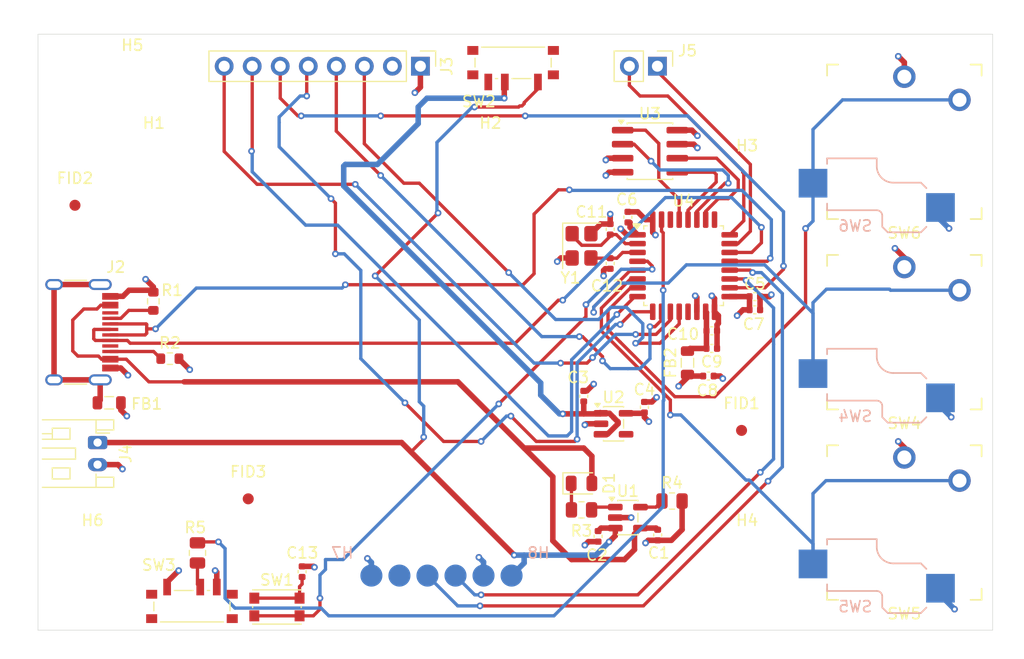
<source format=kicad_pcb>
(kicad_pcb (version 20241229) (generator "pcbnew") (generator_version "9.0")
  (layers (0 "F.Cu" signal) (4 "In1.Cu" power "GND") (6 "In2.Cu" power "PWR") (2 "B.Cu" signal) (13 "F.Paste" user) (15 "B.Paste" user) (5 "F.SilkS" user "F.Silkscreen") (7 "B.SilkS" user "B.Silkscreen") (1 "F.Mask" user) (3 "B.Mask" user) (25 "Edge.Cuts" user))
  (net 0 "")
  (net 1 "VBUS")
  (net 2 "GND")
  (net 3 "/VBAT")
  (net 4 "+3V3")
  (net 5 "+3.3VA")
  (net 6 "/HSE_IN")
  (net 7 "/HSE_OUT")
  (net 8 "/RESET")
  (net 9 "/SHIELD")
  (net 11 "/I2C_SDA")
  (net 12 "/I2C_SCL")
  (net 14 "/D-")
  (net 15 "/D+")
  (net 17 "/LCD_CS")
  (net 18 "/LCD_SDA")
  (net 19 "/LCD_SCK")
  (net 20 "/LCD_DC")
  (net 21 "/LCD_BL")
  (net 22 "/LCD_RST")
  (net 23 "/SWCLK")
  (net 24 "/SWDIO")
  (net 25 "/BOOT")
  (net 27 "/BTN_1")
  (net 28 "/BTN_2")
  (net 29 "/BTN_3")
  (net 31 "/FLASH_CS")
  (net 32 "/FLASH_SCK")
  (net 33 "/FLASH_MOSI")
  (net 34 "/FLASH_MISO")
  (net 38 "/SW_BOOT")
  (net 39 "/CC2")
  (net 40 "/CC1")
  (net 41 "/STAT")
  (net 42 "/LED")
  (net 43 "/PROG")
  (net 44 "/SW_RESET")
  (net 45 "/VIN")
  (footprint "MountingHole:MountingHole_3.5mm" (layer "F.Cu") (at 44.75 62.5)
    (property "Reference" "H1")
    (property "Value" "MountingHole")
  )
  (footprint "Fiducial:Fiducial_1mm_Mask3mm" (layer "F.Cu") (at 53.3 92.1)
    (property "Reference" "FID3")
    (property "Value" "Fiducial")
  )
  (footprint "Capacitor_SMD:C_0402_1005Metric" (layer "F.Cu") (at 95.3 76.875)
    (property "Reference" "C10")
    (property "Value" "10n")
  )
  (footprint "Button_Switch_SMD:SW_SPDT_PCM12" (layer "F.Cu") (at 48.2 101.525)
    (property "Reference" "SW3")
    (property "Value" "SW_SPDT")
  )
  (footprint "Connector_JST:JST_PH_S2B-PH-K_1x02_P2.00mm_Horizontal" (layer "F.Cu") (at 39.65 87 -90)
    (property "Reference" "J4")
    (property "Value" "Conn_01x02")
  )
  (footprint "MountingHole:MountingHole_4mm" (layer "F.Cu") (at 39.2 55)
    (property "Reference" "H5")
    (property "Value" "MountingHole")
  )
  (footprint "Capacitor_SMD:C_0402_1005Metric" (layer "F.Cu") (at 85 95.5 -90)
    (property "Reference" "C2")
    (property "Value" "4.7u")
  )
  (footprint "Capacitor_SMD:C_0402_1005Metric" (layer "F.Cu") (at 99.2 74.975)
    (property "Reference" "C7")
    (property "Value" "10u")
  )
  (footprint "Resistor_SMD:R_0805_2012Metric" (layer "F.Cu") (at 48.7 97 90)
    (property "Reference" "R5")
    (property "Value" "10k")
  )
  (footprint "Package_TO_SOT_SMD:SOT-23-5" (layer "F.Cu") (at 86.4 85.3)
    (property "Reference" "U2")
    (property "Value" "AP2112K-3.3")
  )
  (footprint "MountingHole:MountingHole_4mm" (layer "F.Cu") (at 39.2 99)
    (property "Reference" "H6")
    (property "Value" "MountingHole")
  )
  (footprint "Capacitor_SMD:C_0402_1005Metric" (layer "F.Cu") (at 90.4 95.38 -90)
    (property "Reference" "C1")
    (property "Value" "4.7u")
  )
  (footprint "MountingHole:MountingHole_3.5mm" (layer "F.Cu") (at 75.25 62.5)
    (property "Reference" "H2")
    (property "Value" "MountingHole" (hide yes))
  )
  (footprint "Capacitor_SMD:C_0402_1005Metric" (layer "F.Cu") (at 58.18 98.7 90)
    (property "Reference" "C13")
    (property "Value" "100n")
  )
  (footprint "Crystal:Crystal_SMD_3225-4Pin_3.2x2.5mm" (layer "F.Cu") (at 83.5 69.175 -90)
    (property "Reference" "Y1")
    (property "Value" "16MHz")
  )
  (footprint "footprints:Kailh_socket_PG1350_optional" (layer "F.Cu") (at 112.75 94.25 180)
    (property "Reference" "SW5")
    (property "Value" "SW_Push")
  )
  (footprint "Resistor_SMD:R_0603_1608Metric" (layer "F.Cu") (at 46.2 79.4)
    (property "Reference" "R2")
    (property "Value" "5.1k")
  )
  (footprint "Fiducial:Fiducial_1mm_Mask3mm" (layer "F.Cu") (at 37.6 65.5)
    (property "Reference" "FID2")
    (property "Value" "Fiducial")
  )
  (footprint "Connector_USB:USB_C_Receptacle_HRO_TYPE-C-31-M-12" (layer "F.Cu") (at 36.755 77 -90)
    (property "Reference" "J2")
    (property "Value" "USB_C_Receptacle_USB2.0_16P")
  )
  (footprint "Connector_PinHeader_2.54mm:PinHeader_1x08_P2.54mm_Vertical" (layer "F.Cu") (at 68.9 52.9 -90)
    (property "Reference" "J3")
    (property "Value" "Conn_01x08")
  )
  (footprint "Fiducial:Fiducial_1mm_Mask3mm" (layer "F.Cu") (at 98 85.9)
    (property "Reference" "FID1")
    (property "Value" "Fiducial")
  )
  (footprint "Connector_PinHeader_2.54mm:PinHeader_1x02_P2.54mm_Vertical" (layer "F.Cu") (at 90.375 52.9 -90)
    (property "Reference" "J5")
    (property "Value" "Conn_01x02")
  )
  (footprint "MountingHole:MountingHole_4mm" (layer "F.Cu") (at 98.5 55)
    (property "Reference" "H3")
    (property "Value" "MountingHole")
  )
  (footprint "footprints:Kailh_socket_PG1350_optional" (layer "F.Cu") (at 112.75 59.75 180)
    (property "Reference" "SW6")
    (property "Value" "SW_Push")
  )
  (footprint "Package_TO_SOT_SMD:SOT-23-5" (layer "F.Cu") (at 87.7 93.8)
    (property "Reference" "U1")
    (property "Value" "MCP73832-2-OT")
  )
  (footprint "LED_SMD:LED_0805_2012Metric" (layer "F.Cu") (at 83.5 90.7)
    (property "Reference" "D1")
    (property "Value" "RED")
  )
  (footprint "Resistor_SMD:R_0603_1608Metric" (layer "F.Cu") (at 44.7 74.2 90)
    (property "Reference" "R1")
    (property "Value" "5.1k")
  )
  (footprint "Inductor_SMD:L_0805_2012Metric" (layer "F.Cu") (at 93.1 79.775 90)
    (property "Reference" "FB2")
    (property "Value" "600R")
  )
  (footprint "MountingHole:MountingHole_4mm" (layer "F.Cu") (at 98.5 99)
    (property "Reference" "H4")
    (property "Value" "MountingHole")
  )
  (footprint "Capacitor_SMD:C_0402_1005Metric" (layer "F.Cu") (at 86.1 67.675 90)
    (property "Reference" "C11")
    (property "Value" "10p")
  )
  (footprint "Capacitor_SMD:C_0402_1005Metric" (layer "F.Cu") (at 86.1 70.775 -90)
    (property "Reference" "C12")
    (property "Value" "10p")
  )
  (footprint "Inductor_SMD:L_0805_2012Metric" (layer "F.Cu") (at 40.7 83.4 180)
    (property "Reference" "FB1")
    (property "Value" "600R")
  )
  (footprint "Capacitor_SMD:C_0402_1005Metric" (layer "F.Cu") (at 95 80.975)
    (property "Reference" "C8")
    (property "Value" "1u")
  )
  (footprint "footprints:Kailh_socket_PG1350_optional" (layer "F.Cu") (at 112.75 77 180)
    (property "Reference" "SW4")
    (property "Value" "SW_Push")
  )
  (footprint "Capacitor_SMD:C_0402_1005Metric" (layer "F.Cu") (at 83.7 82.8 90)
    (property "Reference" "C3")
    (property "Value" "1u")
  )
  (footprint "Capacitor_SMD:C_0402_1005Metric" (layer "F.Cu") (at 89.2 83.8 90)
    (property "Reference" "C4")
    (property "Value" "1u")
  )
  (footprint "Resistor_SMD:R_0805_2012Metric" (layer "F.Cu") (at 91.7 92.3)
    (property "Reference" "R4")
    (property "Value" "2k")
  )
  (footprint "Button_Switch_SMD:SW_SPDT_PCM12" (layer "F.Cu") (at 77.3 52.9 180)
    (property "Reference" "SW2")
    (property "Value" "SW_SPDT")
  )
  (footprint "Capacitor_SMD:C_0402_1005Metric" (layer "F.Cu") (at 95.3 78.475)
    (property "Reference" "C9")
    (property "Value" "1u")
  )
  (footprint "Resistor_SMD:R_0805_2012Metric" (layer "F.Cu") (at 83.5 93.1 180)
    (property "Reference" "R3")
    (property "Value" "470")
  )
  (footprint "Capacitor_SMD:C_0402_1005Metric" (layer "F.Cu") (at 87.7 66.575 90)
    (property "Reference" "C6")
    (property "Value" "100n")
  )
  (footprint "Button_Switch_SMD:SW_Push_1P1T_NO_CK_KMR2" (layer "F.Cu") (at 55.9 101.9)
    (property "Reference" "SW1")
    (property "Value" "SW_Push")
  )
  (footprint "Package_SO:SOIC-8_3.9x4.9mm_P1.27mm" (layer "F.Cu") (at 89.7 60.6)
    (property "Reference" "U3")
    (property "Value" "W25Q128JVS")
  )
  (footprint "Package_QFP:LQFP-32_7x7mm_P0.8mm" (layer "F.Cu") (at 92.75 70.975)
    (property "Reference" "U4")
    (property "Value" "STM32G431KBTx")
  )
  (footprint "Capacitor_SMD:C_0402_1005Metric" (layer "F.Cu") (at 99.2 73.775)
    (property "Reference" "C5")
    (property "Value" "100n")
  )
  (footprint "MountingHole:MountingHole_2.1mm" (layer "B.Cu") (at 61.92 99.055 180)
    (property "Reference" "H7")
    (property "Value" "MountingHole")
  )
  (footprint "Connector_PinHeader_2.54mm:PinHeader_1x06_P2.54mm_Vertical_SMD_Pin1Left" (layer "B.Cu") (at 70.81 99.055 90)
    (property "Reference" "J1" (hide yes))
    (property "Value" "Conn_01x06")
  )
  (footprint "MountingHole:MountingHole_2.1mm" (layer "B.Cu") (at 79.7 99.055 180)
    (property "Reference" "H8")
    (property "Value" "MountingHole")
  )
  (gr_line (start 34.25 104) (end 120.75 104) (stroke (width 0.05)) (layer "Edge.Cuts"))
  (gr_line (start 120.75 50) (end 120.75 104) (stroke (width 0.05)) (layer "Edge.Cuts"))
  (gr_line (start 34.25 50) (end 120.75 50) (stroke (width 0.05)) (layer "Edge.Cuts"))
  (gr_line (start 34.25 50) (end 34.25 104) (stroke (width 0.05)) (layer "Edge.Cuts"))
  (segment (start 88.8375 94.75) (end 90.25 94.75) (width 0.5) (layer "F.Cu") (net 1))
  (segment (start 80.9 90.1) (end 80.9 95.9) (width 0.5) (layer "F.Cu") (net 1))
  (segment (start 37.864 79.164) (end 39.724 79.164) (width 0.3) (layer "F.Cu") (net 1))
  (segment (start 88.3 95.2875) (end 88.8375 94.75) (width 0.5) (layer "F.Cu") (net 1))
  (segment (start 40.01 79.45) (end 40.8 79.45) (width 0.3) (layer "F.Cu") (net 1))
  (segment (start 78.3 87.5) (end 80.9 90.1) (width 0.5) (layer "F.Cu") (net 1))
  (segment (start 42.25 79.45) (end 44.3 81.5) (width 0.3) (layer "F.Cu") (net 1))
  (segment (start 72.3 81.5) (end 78.3 87.5) (width 0.5) (layer "F.Cu") (net 1))
  (segment (start 39.591719 74.9) (end 38.4 74.9) (width 0.3) (layer "F.Cu") (net 1))
  (segment (start 40.8 79.45) (end 42.25 79.45) (width 0.3) (layer "F.Cu") (net 1))
  (segment (start 40.8 74.55) (end 39.941719 74.55) (width 0.3) (layer "F.Cu") (net 1))
  (segment (start 38.4 74.9) (end 37.4 75.9) (width 0.3) (layer "F.Cu") (net 1))
  (segment (start 37.4 78.7) (end 37.864 79.164) (width 0.3) (layer "F.Cu") (net 1))
  (segment (start 80.9 95.9) (end 82.6 97.6) (width 0.5) (layer "F.Cu") (net 1))
  (segment (start 84.4375 88.2375) (end 84.4375 90.7) (width 0.5) (layer "F.Cu") (net 1))
  (segment (start 90.25 94.75) (end 90.4 94.9) (width 0.5) (layer "F.Cu") (net 1))
  (segment (start 37.4 75.9) (end 37.4 78.7) (width 0.3) (layer "F.Cu") (net 1))
  (segment (start 82.6 97.6) (end 87.4 97.6) (width 0.5) (layer "F.Cu") (net 1))
  (segment (start 83.7 87.5) (end 84.4375 88.2375) (width 0.5) (layer "F.Cu") (net 1))
  (segment (start 39.724 79.164) (end 40.01 79.45) (width 0.3) (layer "F.Cu") (net 1))
  (segment (start 88.3 96.7) (end 88.3 95.2875) (width 0.5) (layer "F.Cu") (net 1))
  (segment (start 47.5 81.5) (end 72.3 81.5) (width 0.5) (layer "F.Cu") (net 1))
  (segment (start 78.3 87.5) (end 83.7 87.5) (width 0.5) (layer "F.Cu") (net 1))
  (segment (start 44.3 81.5) (end 47.5 81.5) (width 0.3) (layer "F.Cu") (net 1))
  (segment (start 87.4 97.6) (end 88.3 96.7) (width 0.5) (layer "F.Cu") (net 1))
  (segment (start 39.941719 74.55) (end 39.591719 74.9) (width 0.3) (layer "F.Cu") (net 1))
  (segment (start 45.95 100.095) (end 45.95 99.65) (width 0.5) (layer "F.Cu") (net 2))
  (segment (start 83.9 85.3) (end 83.8 85.4) (width 0.5) (layer "F.Cu") (net 2))
  (segment (start 59.22 98.22) (end 59.3 98.3) (width 0.5) (layer "F.Cu") (net 2))
  (segment (start 85.5 71.9) (end 85.5 71.4) (width 0.5) (layer "F.Cu") (net 2))
  (segment (start 58.18 98.22) (end 59.22 98.22) (width 0.5) (layer "F.Cu") (net 2))
  (segment (start 85.995 62.505) (end 85.7 62.8) (width 0.5) (layer "F.Cu") (net 2))
  (segment (start 83.7 82.32) (end 83.98 82.32) (width 0.5) (layer "F.Cu") (net 2))
  (segment (start 90.4 95.86) (end 89.54 95.86) (width 0.5) (layer "F.Cu") (net 2))
  (segment (start 82.65 70.275) (end 81.625 70.275) (width 0.5) (layer "F.Cu") (net 2))
  (segment (start 112.75 53.85) (end 112.75 52.55) (width 0.5) (layer "F.Cu") (net 2))
  (segment (start 96.075 80.975) (end 96.3 81.2) (width 0.5) (layer "F.Cu") (net 2))
  (segment (start 90.2 68.2) (end 89.95 67.95) (width 0.5) (layer "F.Cu") (net 2))
  (segment (start 89.95 66.8) (end 89.3 66.8) (width 0.5) (layer "F.Cu") (net 2))
  (segment (start 86.1 67.195) (end 85.23 67.195) (width 0.5) (layer "F.Cu") (net 2))
  (segment (start 41.75 80.25) (end 42.4 80.9) (width 0.5) (layer "F.Cu") (net 2))
  (segment (start 92.6125 94.8875) (end 92.6125 92.3) (width 0.5) (layer "F.Cu") (net 2))
  (segment (start 91.64 95.86) (end 92.6125 94.8875) (width 0.5) (layer "F.Cu") (net 2))
  (segment (start 85 95.98) (end 84.12 95.98) (width 0.5) (layer "F.Cu") (net 2))
  (segment (start 42.5 73.2) (end 44.525 73.2) (width 0.5) (layer "F.Cu") (net 2))
  (segment (start 41.95 73.75) (end 42.5 73.2) (width 0.5) (layer "F.Cu") (net 2))
  (segment (start 85.23 67.195) (end 84.35 68.075) (width 0.5) (layer "F.Cu") (net 2))
  (segment (start 95.55 73.95) (end 95.3 73.7) (width 0.5) (layer "F.Cu") (net 2))
  (segment (start 95.55 75.15) (end 95.55 73.95) (width 0.5) (layer "F.Cu") (net 2))
  (segment (start 44.7 73.375) (end 44.7 72.9) (width 0.5) (layer "F.Cu") (net 2))
  (segment (start 85.5 71.4) (end 85.645 71.255) (width 0.5) (layer "F.Cu") (net 2))
  (segment (start 41.7625 83.4) (end 41.7625 84.0625) (width 0.5) (layer "F.Cu") (net 2))
  (segment (start 95.78 76.875) (end 95.78 78.475) (width 0.5) (layer "F.Cu") (net 2))
  (segment (start 47.025 79.4) (end 47.025 79.425) (width 0.5) (layer "F.Cu") (net 2))
  (segment (start 41.7625 84.0625) (end 42.3 84.6) (width 0.5) (layer "F.Cu") (net 2))
  (segment (start 112.75 52.55) (end 112.2 52) (width 0.5) (layer "F.Cu") (net 2))
  (segment (start 112.75 70.25) (end 111.9 69.4) (width 0.5) (layer "F.Cu") (net 2))
  (segment (start 44.525 73.2) (end 44.7 73.375) (width 0.5) (layer "F.Cu") (net 2))
  (segment (start 88.595 66.095) (end 87.9 66.095) (width 0.5) (layer "F.Cu") (net 2))
  (segment (start 112.75 71.1) (end 112.75 70.25) (width 0.5) (layer "F.Cu") (net 2))
  (segment (start 99.68 73.775) (end 100.525 73.775) (width 0.5) (layer "F.Cu") (net 2))
  (segment (start 95.55 75.15) (end 95.9 75.5) (width 0.5) (layer "F.Cu") (net 2))
  (segment (start 86.1 67.195) (end 86.1 66.3) (width 0.5) (layer "F.Cu") (net 2))
  (segment (start 44.7 72.9) (end 44 72.2) (width 0.5) (layer "F.Cu") (net 2))
  (segment (start 99.68 74.975) (end 99.68 73.775) (width 0.5) (layer "F.Cu") (net 2))
  (segment (start 84.12 95.98) (end 83.8 96.3) (width 0.5) (layer "F.Cu") (net 2))
  (segment (start 87.225 62.505) (end 85.995 62.505) (width 0.5) (layer "F.Cu") (net 2))
  (segment (start 81.625 70.275) (end 81.3 70.6) (width 0.5) (layer "F.Cu") (net 2))
  (segment (start 89.2 83.32) (end 89.88 83.32) (width 0.5) (layer "F.Cu") (net 2))
  (segment (start 112.75 88.35) (end 112.75 87.45) (width 0.5) (layer "F.Cu") (net 2))
  (segment (start 112.75 87.45) (end 112.2 86.9) (width 0.5) (layer "F.Cu") (net 2))
  (segment (start 45.95 99.65) (end 47 98.6) (width 0.5) (layer "F.Cu") (net 2))
  (segment (start 90.4 95.86) (end 91.64 95.86) (width 0.5) (layer "F.Cu") (net 2))
  (segment (start 95.78 76.32) (end 95.78 76.875) (width 0.5) (layer "F.Cu") (net 2))
  (segment (start 95.9 75.5) (end 95.9 76.2) (width 0.5) (layer "F.Cu") (net 2))
  (segment (start 89.88 83.32) (end 90.3 82.9) (width 0.5) (layer "F.Cu") (net 2))
  (segment (start 93.95 75.15) (end 93.95 73.85) (width 0.5) (layer "F.Cu") (net 2))
  (segment (start 40.8 73.75) (end 41.95 73.75) (width 0.5) (layer "F.Cu") (net 2))
  (segment (start 47.025 79.425) (end 48 80.4) (width 0.5) (layer "F.Cu") (net 2))
  (segment (start 39.65 89) (end 41.5 89) (width 0.5) (layer "F.Cu") (net 2))
  (segment (start 86.5625 93.8) (end 88 93.8) (width 0.5) (layer "F.Cu") (net 2))
  (segment (start 95.9 76.2) (end 95.78 76.32) (width 0.5) (layer "F.Cu") (net 2))
  (segment (start 85.645 71.255) (end 86.1 71.255) (width 0.5) (layer "F.Cu") (net 2))
  (segment (start 93.95 73.85) (end 93.8 73.7) (width 0.5) (layer "F.Cu") (net 2))
  (segment (start 85.2625 85.3) (end 83.9 85.3) (width 0.5) (layer "F.Cu") (net 2))
  (segment (start 89.3 66.8) (end 88.595 66.095) (width 0.5) (layer "F.Cu") (net 2))
  (segment (start 41.5 89) (end 41.9 89.4) (width 0.5) (layer "F.Cu") (net 2))
  (segment (start 95.48 80.975) (end 96.075 80.975) (width 0.5) (layer "F.Cu") (net 2))
  (segment (start 83.98 82.32) (end 84.6 81.7) (width 0.5) (layer "F.Cu") (net 2))
  (segment (start 40.8 80.25) (end 41.75 80.25) (width 0.5) (layer "F.Cu") (net 2))
  (segment (start 100.525 73.775) (end 100.7 73.6) (width 0.5) (layer "F.Cu") (net 2))
  (segment (start 89.54 95.86) (end 89.3 96.1) (width 0.5) (layer "F.Cu") (net 2))
  (segment (start 89.95 67.95) (end 89.95 66.8) (width 0.5) (layer "F.Cu") (net 2))
  (via (at 117.3 102.1) (size 0.6) (drill 0.3) (layers "F.Cu" "B.Cu") (net 2))
  (via (at 112.2 86.9) (size 0.6) (drill 0.3) (layers "F.Cu" "B.Cu") (net 2))
  (via (at 42.4 80.9) (size 0.6) (drill 0.3) (layers "F.Cu" "B.Cu") (net 2))
  (via (at 90.2 68.2) (size 0.6) (drill 0.3) (layers "F.Cu" "B.Cu") (net 2))
  (via (at 89.3 96.1) (size 0.6) (drill 0.3) (layers "F.Cu" "B.Cu") (net 2))
  (via (at 90.3 82.9) (size 0.6) (drill 0.3) (layers "F.Cu" "B.Cu") (net 2))
  (via (at 42.3 84.6) (size 0.6) (drill 0.3) (layers "F.Cu" "B.Cu") (net 2))
  (via (at 117 84.7) (size 0.6) (drill 0.3) (layers "F.Cu" "B.Cu") (net 2))
  (via (at 95.3 73.7) (size 0.6) (drill 0.3) (layers "F.Cu" "B.Cu") (net 2))
  (via (at 88 93.8) (size 0.6) (drill 0.3) (layers "F.Cu" "B.Cu") (net 2))
  (via (at 81.3 70.6) (size 0.6) (drill 0.3) (layers "F.Cu" "B.Cu") (net 2))
  (via (at 59.3 98.3) (size 0.6) (drill 0.3) (layers "F.Cu" "B.Cu") (net 2))
  (via (at 64.1 97.5) (size 0.6) (drill 0.3) (layers "F.Cu" "B.Cu") (net 2))
  (via (at 93.8 73.7) (size 0.6) (drill 0.3) (layers "F.Cu" "B.Cu") (net 2))
  (via (at 112.2 52) (size 0.6) (drill 0.3) (layers "F.Cu" "B.Cu") (net 2))
  (via (at 100.7 73.6) (size 0.6) (drill 0.3) (layers "F.Cu" "B.Cu") (net 2))
  (via (at 96.3 81.2) (size 0.6) (drill 0.3) (layers "F.Cu" "B.Cu") (net 2))
  (via (at 83.8 96.3) (size 0.6) (drill 0.3) (layers "F.Cu" "B.Cu") (net 2))
  (via (at 85.7 62.8) (size 0.6) (drill 0.3) (layers "F.Cu" "B.Cu") (net 2))
  (via (at 116.8 67.6) (size 0.6) (drill 0.3) (layers "F.Cu" "B.Cu") (net 2))
  (via (at 85.5 71.9) (size 0.6) (drill 0.3) (layers "F.Cu" "B.Cu") (net 2))
  (via (at 83.8 85.4) (size 0.6) (drill 0.3) (layers "F.Cu" "B.Cu") (net 2))
  (via (at 86.1 66.3) (size 0.6) (drill 0.3) (layers "F.Cu" "B.Cu") (net 2))
  (via (at 44 72.2) (size 0.6) (drill 0.3) (layers "F.Cu" "B.Cu") (net 2))
  (via (at 47 98.6) (size 0.6) (drill 0.3) (layers "F.Cu" "B.Cu") (net 2))
  (via (at 41.9 89.4) (size 0.6) (drill 0.3) (layers "F.Cu" "B.Cu") (net 2))
  (via (at 84.6 81.7) (size 0.6) (drill 0.3) (layers "F.Cu" "B.Cu") (net 2))
  (via (at 48 80.4) (size 0.6) (drill 0.3) (layers "F.Cu" "B.Cu") (net 2))
  (via (at 111.9 69.4) (size 0.6) (drill 0.3) (layers "F.Cu" "B.Cu") (net 2))
  (segment (start 64.46 99.055) (end 64.46 97.86) (width 0.5) (layer "B.Cu") (net 2))
  (segment (start 116.025 100.825) (end 117.3 102.1) (width 0.5) (layer "B.Cu") (net 2))
  (segment (start 116.025 66.825) (end 116.8 67.6) (width 0.5) (layer "B.Cu") (net 2))
  (segment (start 116.025 82.95) (end 116.025 83.725) (width 0.5) (layer "B.Cu") (net 2))
  (segment (start 116.025 100.2) (end 116.025 100.825) (width 0.5) (layer "B.Cu") (net 2))
  (segment (start 64.46 97.86) (end 64.1 97.5) (width 0.5) (layer "B.Cu") (net 2))
  (segment (start 116.025 83.725) (end 117 84.7) (width 0.5) (layer "B.Cu") (net 2))
  (segment (start 116.025 65.7) (end 116.025 66.825) (width 0.5) (layer "B.Cu") (net 2))
  (segment (start 85.27 94.75) (end 85 95.02) (width 0.5) (layer "F.Cu") (net 3))
  (segment (start 77.9 56.5) (end 78.1 56.5) (width 0.3) (layer "F.Cu") (net 3))
  (segment (start 70.5 66.2) (end 64.8 71.9) (width 0.3) (layer "F.Cu") (net 3))
  (segment (start 77.8 56.6) (end 77.9 56.5) (width 0.3) (layer "F.Cu") (net 3))
  (segment (start 86.5625 95.4375) (end 86 96) (width 0.5) (layer "F.Cu") (net 3))
  (segment (start 73.8 56.6) (end 77.8 56.6) (width 0.3) (layer "F.Cu") (net 3))
  (segment (start 69.2 86.5) (end 69.2 86.7) (width 0.3) (layer "F.Cu") (net 3))
  (segment (start 78.3 56.2) (end 79.55 54.95) (width 0.3) (layer "F.Cu") (net 3))
  (segment (start 69.2 86.7) (end 68.05 87.85) (width 0.3) (layer "F.Cu") (net 3))
  (segment (start 78.1 56.5) (end 78.3 56.3) (width 0.3) (layer "F.Cu") (net 3))
  (segment (start 77.4 97.2) (end 68.05 87.85) (width 0.5) (layer "F.Cu") (net 3))
  (segment (start 86.5625 94.75) (end 85.27 94.75) (width 0.5) (layer "F.Cu") (net 3))
  (segment (start 67.2 87) (end 39.65 87) (width 0.5) (layer "F.Cu") (net 3))
  (segment (start 78.3 56.3) (end 78.3 56.2) (width 0.3) (layer "F.Cu") (net 3))
  (segment (start 79.55 54.95) (end 79.55 54.33) (width 0.3) (layer "F.Cu") (net 3))
  (segment (start 86.5625 94.75) (end 86.5625 95.4375) (width 0.5) (layer "F.Cu") (net 3))
  (segment (start 68.05 87.85) (end 67.2 87) (width 0.5) (layer "F.Cu") (net 3))
  (via (at 69.2 86.5) (size 0.6) (drill 0.3) (layers "F.Cu" "B.Cu") (net 3))
  (via (at 70.5 66.2) (size 0.6) (drill 0.3) (layers "F.Cu" "B.Cu") (net 3))
  (via (at 86 96) (size 0.6) (drill 0.3) (layers "F.Cu" "B.Cu") (net 3))
  (via (at 73.8 56.6) (size 0.6) (drill 0.3) (layers "F.Cu" "B.Cu") (net 3))
  (via (at 77.4 97.2) (size 0.6) (drill 0.3) (layers "F.Cu" "B.Cu") (net 3))
  (via (at 64.8 71.9) (size 0.6) (drill 0.3) (layers "F.Cu" "B.Cu") (net 3))
  (segment (start 73.8 56.6) (end 73.6 56.6) (width 0.3) (layer "B.Cu") (net 3))
  (segment (start 64.8 71.9) (end 68.8 75.9) (width 0.3) (layer "B.Cu") (net 3))
  (segment (start 70.4 66.1) (end 70.5 66.2) (width 0.3) (layer "B.Cu") (net 3))
  (segment (start 78.3 97.2) (end 77.4 97.2) (width 0.5) (layer "B.Cu") (net 3))
  (segment (start 68.8 83.3) (end 69.2 83.7) (width 0.3) (layer "B.Cu") (net 3))
  (segment (start 73.6 56.6) (end 70.4 59.8) (width 0.3) (layer "B.Cu") (net 3))
  (segment (start 70.4 59.8) (end 70.4 66.1) (width 0.3) (layer "B.Cu") (net 3))
  (segment (start 78.3 97.915) (end 77.16 99.055) (width 0.5) (layer "B.Cu") (net 3))
  (segment (start 86 96) (end 84.8 97.2) (width 0.5) (layer "B.Cu") (net 3))
  (segment (start 68.8 75.9) (end 68.8 83.3) (width 0.3) (layer "B.Cu") (net 3))
  (segment (start 78.3 97.2) (end 78.3 97.915) (width 0.5) (layer "B.Cu") (net 3))
  (segment (start 84.8 97.2) (end 78.3 97.2) (width 0.5) (layer "B.Cu") (net 3))
  (segment (start 69.2 83.7) (end 69.2 86.5) (width 0.3) (layer "B.Cu") (net 3))
  (segment (start 93.1 80.8375) (end 93.1 81.1) (width 0.5) (layer "F.Cu") (net 4))
  (segment (start 87.5375 84.35) (end 89.13 84.35) (width 0.5) (layer "F.Cu") (net 4))
  (segment (start 98.125 74.975) (end 97.6 75.5) (width 0.5) (layer "F.Cu") (net 4))
  (segment (start 92.175 59.965) (end 93.665 59.965) (width 0.5) (layer "F.Cu") (net 4))
  (segment (start 87.9 67.055) (end 87.9 67.5) (width 0.5) (layer "F.Cu") (net 4))
  (segment (start 89.2 84.7) (end 89.6 85.1) (width 0.5) (layer "F.Cu") (net 4))
  (segment (start 87.9 67.5) (end 88.575 68.175) (width 0.5) (layer "F.Cu") (net 4))
  (segment (start 98.72 74.975) (end 98.72 73.775) (width 0.5) (layer "F.Cu") (net 4))
  (segment (start 92.175 58.695) (end 93.495 58.695) (width 0.5) (layer "F.Cu") (net 4))
  (segment (start 68.9 52.9) (end 68.9 54.8) (width 0.5) (layer "F.Cu") (net 4))
  (segment (start 87.585671 68.175) (end 87.047727 67.637056) (width 0.5) (layer "F.Cu") (net 4))
  (segment (start 98.72 74.975) (end 98.125 74.975) (width 0.5) (layer "F.Cu") (net 4))
  (segment (start 88.575 68.175) (end 87.585671 68.175) (width 0.5) (layer "F.Cu") (net 4))
  (segment (start 89.13 84.35) (end 89.2 84.28) (width 0.5) (layer "F.Cu") (net 4))
  (segment (start 93.1 81.1) (end 92.3 81.9) (width 0.5) (layer "F.Cu") (net 4))
  (segment (start 89.2 84.28) (end 89.2 84.7) (width 0.5) (layer "F.Cu") (net 4))
  (segment (start 50.45 100.095) (end 50.45 98.75) (width 0.5) (layer "F.Cu") (net 4))
  (segment (start 87.225 61.235) (end 85.865 61.235) (width 0.5) (layer "F.Cu") (net 4))
  (segment (start 50.45 98.75) (end 50.3 98.6) (width 0.5) (layer "F.Cu") (net 4))
  (segment (start 96.925 73.775) (end 98.72 73.775) (width 0.5) (layer "F.Cu") (net 4))
  (segment (start 94.52 80.975) (end 93.2375 80.975) (width 0.5) (layer "F.Cu") (net 4))
  (segment (start 93.2375 80.975) (end 93.1 80.8375) (width 0.5) (layer "F.Cu") (net 4))
  (segment (start 93.495 58.695) (end 94 59.2) (width 0.5) (layer "F.Cu") (net 4))
  (segment (start 93.665 59.965) (end 94 60.3) (width 0.5) (layer "F.Cu") (net 4))
  (segment (start 85.865 61.235) (end 85.7 61.4) (width 0.5) (layer "F.Cu") (net 4))
  (segment (start 68.9 54.8) (end 68.4 55.3) (width 0.5) (layer "F.Cu") (net 4))
  (via (at 92.3 81.9) (size 0.6) (drill 0.3) (layers "F.Cu" "B.Cu") (net 4))
  (via (at 85.7 61.4) (size 0.6) (drill 0.3) (layers "F.Cu" "B.Cu") (net 4))
  (via (at 74.2 97.4) (size 0.6) (drill 0.3) (layers "F.Cu" "B.Cu") (net 4))
  (via (at 50.3 98.6) (size 0.6) (drill 0.3) (layers "F.Cu" "B.Cu") (net 4))
  (via (at 94 59.2) (size 0.6) (drill 0.3) (layers "F.Cu" "B.Cu") (net 4))
  (via (at 87.047727 67.637056) (size 0.6) (drill 0.3) (layers "F.Cu" "B.Cu") (net 4))
  (via (at 94 60.3) (size 0.6) (drill 0.3) (layers "F.Cu" "B.Cu") (net 4))
  (via (at 97.6 75.5) (size 0.6) (drill 0.3) (layers "F.Cu" "B.Cu") (net 4))
  (via (at 89.6 85.1) (size 0.6) (drill 0.3) (layers "F.Cu" "B.Cu") (net 4))
  (via (at 68.4 55.3) (size 0.6) (drill 0.3) (layers "F.Cu" "B.Cu") (net 4))
  (segment (start 74.62 99.055) (end 74.62 97.82) (width 0.5) (layer "B.Cu") (net 4))
  (segment (start 74.62 97.82) (end 74.2 97.4) (width 0.5) (layer "B.Cu") (net 4))
  (segment (start 93.3375 78.475) (end 93.1 78.7125) (width 0.5) (layer "F.Cu") (net 5))
  (segment (start 94.82 76.875) (end 94.82 75.22) (width 0.5) (layer "F.Cu") (net 5))
  (segment (start 94.82 78.475) (end 93.3375 78.475) (width 0.5) (layer "F.Cu") (net 5))
  (segment (start 94.82 75.22) (end 94.75 75.15) (width 0.5) (layer "F.Cu") (net 5))
  (segment (start 94.82 76.875) (end 94.82 78.475) (width 0.5) (layer "F.Cu") (net 5))
  (segment (start 86.655 68.155) (end 86.1 68.155) (width 0.3) (layer "F.Cu") (net 6))
  (segment (start 86.1 68.155) (end 86.1 68.3) (width 0.3) (layer "F.Cu") (net 6))
  (segment (start 85.274 69.126) (end 83.526 69.126) (width 0.3) (layer "F.Cu") (net 6))
  (segment (start 86.1 68.3) (end 85.274 69.126) (width 0.3) (layer "F.Cu") (net 6))
  (segment (start 83.526 69.126) (end 82.65 68.25) (width 0.3) (layer "F.Cu") (net 6))
  (segment (start 88.575 68.975) (end 87.475 68.975) (width 0.3) (layer "F.Cu") (net 6))
  (segment (start 87.475 68.975) (end 86.655 68.155) (width 0.3) (layer "F.Cu") (net 6))
  (segment (start 82.65 68.25) (end 82.65 68.075) (width 0.3) (layer "F.Cu") (net 6))
  (segment (start 86.7 70.3) (end 86.695 70.295) (width 0.3) (layer "F.Cu") (net 7))
  (segment (start 86.695 70.295) (end 86.1 70.295) (width 0.3) (layer "F.Cu") (net 7))
  (segment (start 87.225 69.775) (end 86.7 70.3) (width 0.3) (layer "F.Cu") (net 7))
  (segment (start 84.37 70.295) (end 84.35 70.275) (width 0.3) (layer "F.Cu") (net 7))
  (segment (start 86.1 70.295) (end 84.37 70.295) (width 0.3) (layer "F.Cu") (net 7))
  (segment (start 88.575 69.775) (end 87.225 69.775) (width 0.3) (layer "F.Cu") (net 7))
  (segment (start 76 83.5) (end 83.9 75.6) (width 0.3) (layer "F.Cu") (net 8))
  (segment (start 89.9 71) (end 89.475 70.575) (width 0.3) (layer "F.Cu") (net 8))
  (segment (start 59.8 102.1) (end 59.8 101.1) (width 0.3) (layer "F.Cu") (net 8))
  (segment (start 89.9 71.3) (end 89.9 71) (width 0.3) (layer "F.Cu") (net 8))
  (segment (start 57.95 102.7) (end 59.2 102.7) (width 0.3) (layer "F.Cu") (net 8))
  (segment (start 89.475 70.575) (end 88.575 70.575) (width 0.3) (layer "F.Cu") (net 8))
  (segment (start 59.2 102.7) (end 59.8 102.1) (width 0.3) (layer "F.Cu") (net 8))
  (segment (start 83.9 75.6) (end 83.9 74.5) (width 0.3) (layer "F.Cu") (net 8))
  (segment (start 53.85 102.7) (end 57.95 102.7) (width 0.3) (layer "F.Cu") (net 8))
  (via (at 59.8 101.1) (size 0.6) (drill 0.3) (layers "F.Cu" "B.Cu") (net 8))
  (via (at 76 83.5) (size 0.6) (drill 0.3) (layers "F.Cu" "B.Cu") (net 8))
  (via (at 83.9 74.5) (size 0.6) (drill 0.3) (layers "F.Cu" "B.Cu") (net 8))
  (via (at 89.9 71.3) (size 0.6) (drill 0.3) (layers "F.Cu" "B.Cu") (net 8))
  (segment (start 76 83.5) (end 61.9 97.6) (width 0.3) (layer "B.Cu") (net 8))
  (segment (start 61.9 97.6) (end 60.3 97.6) (width 0.3) (layer "B.Cu") (net 8))
  (segment (start 60.3 98.5) (end 59.8 99) (width 0.3) (layer "B.Cu") (net 8))
  (segment (start 59.8 99) (end 59.8 101.1) (width 0.3) (layer "B.Cu") (net 8))
  (segment (start 83.9 74.5) (end 87.1 71.3) (width 0.3) (layer "B.Cu") (net 8))
  (segment (start 60.3 97.6) (end 60.3 98.5) (width 0.3) (layer "B.Cu") (net 8))
  (segment (start 87.1 71.3) (end 89.9 71.3) (width 0.3) (layer "B.Cu") (net 8))
  (segment (start 35.705 81.32) (end 39.885 81.32) (width 0.5) (layer "F.Cu") (net 9))
  (segment (start 35.705 81.32) (end 35.705 72.68) (width 0.5) (layer "F.Cu") (net 9))
  (segment (start 39.885 83.1525) (end 39.6375 83.4) (width 0.5) (layer "F.Cu") (net 9))
  (segment (start 39.885 81.32) (end 39.885 83.1525) (width 0.5) (layer "F.Cu") (net 9))
  (segment (start 35.705 72.68) (end 39.885 72.68) (width 0.5) (layer "F.Cu") (net 9))
  (segment (start 100.4 90.5) (end 89.1 101.8) (width 0.3) (layer "F.Cu") (net 11))
  (segment (start 98.775 71.375) (end 99 71.6) (width 0.3) (layer "F.Cu") (net 11))
  (segment (start 89.1 101.8) (end 74.3 101.8) (width 0.3) (layer "F.Cu") (net 11))
  (segment (start 96.925 71.375) (end 98.775 71.375) (width 0.3) (layer "F.Cu") (net 11))
  (via (at 74.3 101.8) (size 0.6) (drill 0.3) (layers "F.Cu" "B.Cu") (net 11))
  (via (at 99 71.6) (size 0.6) (drill 0.3) (layers "F.Cu" "B.Cu") (net 11))
  (via (at 100.4 90.5) (size 0.6) (drill 0.3) (layers "F.Cu" "B.Cu") (net 11))
  (segment (start 99 71.6) (end 99.8 71.6) (width 0.3) (layer "B.Cu") (net 11))
  (segment (start 72.285 101.8) (end 69.54 99.055) (width 0.3) (layer "B.Cu") (net 11))
  (segment (start 99.8 71.6) (end 101.7 73.5) (width 0.3) (layer "B.Cu") (net 11))
  (segment (start 101.7 73.5) (end 101.7 89.2) (width 0.3) (layer "B.Cu") (net 11))
  (segment (start 101.7 89.2) (end 100.4 90.5) (width 0.3) (layer "B.Cu") (net 11))
  (segment (start 74.3 101.8) (end 72.285 101.8) (width 0.3) (layer "B.Cu") (net 11))
  (segment (start 98.275 72.175) (end 98.4 72.3) (width 0.3) (layer "F.Cu") (net 12))
  (segment (start 96.925 72.175) (end 98.275 72.175) (width 0.3) (layer "F.Cu") (net 12))
  (segment (start 99.7 89.7) (end 88.6 100.8) (width 0.3) (layer "F.Cu") (net 12))
  (segment (start 88.6 100.8) (end 74.4 100.8) (width 0.3) (layer "F.Cu") (net 12))
  (via (at 98.4 72.3) (size 0.6) (drill 0.3) (layers "F.Cu" "B.Cu") (net 12))
  (via (at 74.4 100.8) (size 0.6) (drill 0.3) (layers "F.Cu" "B.Cu") (net 12))
  (via (at 99.7 89.7) (size 0.6) (drill 0.3) (layers "F.Cu" "B.Cu") (net 12))
  (segment (start 100.9 74.8) (end 100.9 78.1) (width 0.3) (layer "B.Cu") (net 12))
  (segment (start 100.9 78.1) (end 100.9 88.5) (width 0.3) (layer "B.Cu") (net 12))
  (segment (start 73.825 100.8) (end 72.08 99.055) (width 0.3) (layer "B.Cu") (net 12))
  (segment (start 100.9 88.5) (end 99.7 89.7) (width 0.3) (layer "B.Cu") (net 12))
  (segment (start 98.4 72.3) (end 100.9 74.8) (width 0.3) (layer "B.Cu") (net 12))
  (segment (start 74.4 100.8) (end 73.825 100.8) (width 0.3) (layer "B.Cu") (net 12))
  (segment (start 44.1 76.3) (end 44.05 76.25) (width 0.3) (layer "F.Cu") (net 14))
  (segment (start 79.2 66.3) (end 79.2 71.7) (width 0.3) (layer "F.Cu") (net 14))
  (segment (start 79.2 71.7) (end 78.2 72.7) (width 0.3) (layer "F.Cu") (net 14))
  (segment (start 100.325 70.575) (end 96.925 70.575) (width 0.3) (layer "F.Cu") (net 14))
  (segment (start 44.1 76.7) (end 44.1 76.3) (width 0.3) (layer "F.Cu") (net 14))
  (segment (start 78.2 72.7) (end 62.1 72.7) (width 0.3) (layer "F.Cu") (net 14))
  (segment (start 44.1 77.1) (end 44.1 76.7) (width 0.3) (layer "F.Cu") (net 14))
  (segment (start 44.1 76.7) (end 44.9 76.7) (width 0.3) (layer "F.Cu") (net 14))
  (segment (start 82.4 64.1) (end 81.4 64.1) (width 0.3) (layer "F.Cu") (net 14))
  (segment (start 43.95 77.25) (end 44.1 77.1) (width 0.3) (layer "F.Cu") (net 14))
  (segment (start 81.4 64.1) (end 79.2 66.3) (width 0.3) (layer "F.Cu") (net 14))
  (segment (start 40.8 77.25) (end 43.95 77.25) (width 0.3) (layer "F.Cu") (net 14))
  (segment (start 100.6 70.3) (end 100.325 70.575) (width 0.3) (layer "F.Cu") (net 14))
  (segment (start 44.05 76.25) (end 40.8 76.25) (width 0.3) (layer "F.Cu") (net 14))
  (via (at 100.6 70.3) (size 0.6) (drill 0.3) (layers "F.Cu" "B.Cu") (net 14))
  (via (at 44.9 76.7) (size 0.6) (drill 0.3) (layers "F.Cu" "B.Cu") (net 14))
  (via (at 82.4 64.1) (size 0.6) (drill 0.3) (layers "F.Cu" "B.Cu") (net 14))
  (via (at 62.1 72.7) (size 0.6) (drill 0.3) (layers "F.Cu" "B.Cu") (net 14))
  (segment (start 98.05 64.15) (end 100.7 66.8) (width 0.3) (layer "B.Cu") (net 14))
  (segment (start 61.8 73) (end 48.6 73) (width 0.3) (layer "B.Cu") (net 14))
  (segment (start 100.7 66.8) (end 100.7 70.2) (width 0.3) (layer "B.Cu") (net 14))
  (segment (start 62.1 72.7) (end 61.8 73) (width 0.3) (layer "B.Cu") (net 14))
  (segment (start 100.7 70.2) (end 100.6 70.3) (width 0.3) (layer "B.Cu") (net 14))
  (segment (start 82.4 64.1) (end 82.45 64.15) (width 0.3) (layer "B.Cu") (net 14))
  (segment (start 48.6 73) (end 44.9 76.7) (width 0.3) (layer "B.Cu") (net 14))
  (segment (start 82.45 64.15) (end 98.05 64.15) (width 0.3) (layer "B.Cu") (net 14))
  (segment (start 98.925 69.775) (end 96.925 69.775) (width 0.3) (layer "F.Cu") (net 15))
  (segment (start 39.35 76.75) (end 39.3 76.8) (width 0.3) (layer "F.Cu") (net 15))
  (segment (start 40.8 76.75) (end 39.35 76.75) (width 0.3) (layer "F.Cu") (net 15))
  (segment (start 42.35 77.75) (end 42.6 78) (width 0.3) (layer "F.Cu") (net 15))
  (segment (start 40.8 77.75) (end 42.35 77.75) (width 0.3) (layer "F.Cu") (net 15))
  (segment (start 42.6 78) (end 77.5 78) (width 0.3) (layer "F.Cu") (net 15))
  (segment (start 81.3 74.2) (end 81.4 74.1) (width 0.3) (layer "F.Cu") (net 15))
  (segment (start 39.3 76.8) (end 39.3 77.6) (width 0.3) (layer "F.Cu") (net 15))
  (segment (start 81.4 74.1) (end 81.8 74.1) (width 0.3) (layer "F.Cu") (net 15))
  (segment (start 39.45 77.75) (end 40.8 77.75) (width 0.3) (layer "F.Cu") (net 15))
  (segment (start 99.8 67.5) (end 99.8 68.9) (width 0.3) (layer "F.Cu") (net 15))
  (segment (start 77.5 78) (end 81.3 74.2) (width 0.3) (layer "F.Cu") (net 15))
  (segment (start 99.8 68.9) (end 98.925 69.775) (width 0.3) (layer "F.Cu") (net 15))
  (segment (start 39.3 77.6) (end 39.45 77.75) (width 0.3) (layer "F.Cu") (net 15))
  (via (at 99.8 67.5) (size 0.6) (drill 0.3) (layers "F.Cu" "B.Cu") (net 15))
  (via (at 81.8 74.1) (size 0.6) (drill 0.3) (layers "F.Cu" "B.Cu") (net 15))
  (segment (start 91.1 64.8) (end 95.9 64.8) (width 0.3) (layer "B.Cu") (net 15))
  (segment (start 97.1 64.8) (end 99.8 67.5) (width 0.3) (layer "B.Cu") (net 15))
  (segment (start 95.9 64.8) (end 97.1 64.8) (width 0.3) (layer "B.Cu") (net 15))
  (segment (start 81.8 74.1) (end 91.1 64.8) (width 0.3) (layer "B.Cu") (net 15))
  (segment (start 79.7 86.899) (end 79.399 86.899) (width 0.3) (layer "F.Cu") (net 17))
  (segment (start 71 86.9) (end 67.5 83.4) (width 0.3) (layer "F.Cu") (net 17))
  (segment (start 83.1 86.7) (end 82.901 86.899) (width 0.3) (layer "F.Cu") (net 17))
  (segment (start 82.5 86.899) (end 79.7 86.899) (width 0.3) (layer "F.Cu") (net 17))
  (segment (start 88.15 75.15) (end 87 76.3) (width 0.3) (layer "F.Cu") (net 17))
  (segment (start 79.399 86.899) (end 77.1 84.6) (width 0.3) (layer "F.Cu") (net 17))
  (segment (start 82.901 86.899) (end 82.5 86.899) (width 0.3) (layer "F.Cu") (net 17))
  (segment (start 61.2 65.3) (end 60.8 64.9) (width 0.3) (layer "F.Cu") (net 17))
  (segment (start 58.6 55.6) (end 58.6 53.04) (width 0.3) (layer "F.Cu") (net 17))
  (segment (start 89.95 75.15) (end 88.15 75.15) (width 0.3) (layer "F.Cu") (net 17))
  (segment (start 61.2 69.9) (end 61.2 65.3) (width 0.3) (layer "F.Cu") (net 17))
  (segment (start 74.4 86.9) (end 71 86.9) (width 0.3) (layer "F.Cu") (net 17))
  (segment (start 58.6 53.04) (end 58.74 52.9) (width 0.3) (layer "F.Cu") (net 17))
  (via (at 67.5 83.4) (size 0.6) (drill 0.3) (layers "F.Cu" "B.Cu") (net 17))
  (via (at 74.4 86.9) (size 0.6) (drill 0.3) (layers "F.Cu" "B.Cu") (net 17))
  (via (at 77.1 84.6) (size 0.6) (drill 0.3) (layers "F.Cu" "B.Cu") (net 17))
  (via (at 83.1 86.7) (size 0.6) (drill 0.3) (layers "F.Cu" "B.Cu") (net 17))
  (via (at 61.2 69.9) (size 0.6) (drill 0.3) (layers "F.Cu" "B.Cu") (net 17))
  (via (at 58.6 55.6) (size 0.6) (drill 0.3) (layers "F.Cu" "B.Cu") (net 17))
  (via (at 60.8 64.9) (size 0.6) (drill 0.3) (layers "F.Cu" "B.Cu") (net 17))
  (via (at 87 76.3) (size 0.6) (drill 0.3) (layers "F.Cu" "B.Cu") (net 17))
  (segment (start 60.8 64.9) (end 56.1 60.2) (width 0.3) (layer "B.Cu") (net 17))
  (segment (start 56.1 60.2) (end 56.1 58) (width 0.3) (layer "B.Cu") (net 17))
  (segment (start 83.1 81.6) (end 83.1 86.7) (width 0.3) (layer "B.Cu") (net 17))
  (segment (start 87 76.3) (end 86.579346 76.3) (width 0.3) (layer "B.Cu") (net 17))
  (segment (start 67.5 83.4) (end 63.5 79.4) (width 0.3) (layer "B.Cu") (net 17))
  (segment (start 56.1 57.5) (end 58 55.6) (width 0.3) (layer "B.Cu") (net 17))
  (segment (start 62 69.9) (end 61.2 69.9) (width 0.3) (layer "B.Cu") (net 17))
  (segment (start 86.579346 76.3) (end 83.1 79.779346) (width 0.3) (layer "B.Cu") (net 17))
  (segment (start 58 55.6) (end 58.6 55.6) (width 0.3) (layer "B.Cu") (net 17))
  (segment (start 76.7 84.6) (end 74.4 86.9) (width 0.3) (layer "B.Cu") (net 17))
  (segment (start 56.1 58) (end 56.1 57.5) (width 0.3) (layer "B.Cu") (net 17))
  (segment (start 77.1 84.6) (end 76.7 84.6) (width 0.3) (layer "B.Cu") (net 17))
  (segment (start 63.5 79.4) (end 63.5 71.4) (width 0.3) (layer "B.Cu") (net 17))
  (segment (start 63.5 71.4) (end 62 69.9) (width 0.3) (layer "B.Cu") (net 17))
  (segment (start 83.1 79.779346) (end 83.1 81.6) (width 0.3) (layer "B.Cu") (net 17))
  (segment (start 90.599997 78.000003) (end 88.4 78.000003) (width 0.3) (layer "F.Cu") (net 18))
  (segment (start 67.4 63.5) (end 63.82 59.92) (width 0.3) (layer "F.Cu") (net 18))
  (segment (start 92.35 76.25) (end 91.7 76.9) (width 0.3) (layer "F.Cu") (net 18))
  (segment (start 76.9 71.6) (end 68.8 63.5) (width 0.3) (layer "F.Cu") (net 18))
  (segment (start 91.4 77.2) (end 90.599997 78.000003) (width 0.3) (layer "F.Cu") (net 18))
  (segment (start 91.7 76.9) (end 91.4 77.2) (width 0.3) (layer "F.Cu") (net 18))
  (segment (start 92.35 75.15) (end 92.35 76.25) (width 0.3) (layer "F.Cu") (net 18))
  (segment (start 63.82 59.92) (end 63.82 52.9) (width 0.3) (layer "F.Cu") (net 18))
  (segment (start 68.8 63.5) (end 67.4 63.5) (width 0.3) (layer "F.Cu") (net 18))
  (via (at 88.4 78.000003) (size 0.6) (drill 0.3) (layers "F.Cu" "B.Cu") (net 18))
  (via (at 76.9 71.6) (size 0.6) (drill 0.3) (layers "F.Cu" "B.Cu") (net 18))
  (segment (start 89.051 77.469654) (end 89.051 76.230346) (width 0.3) (layer "B.Cu") (net 18))
  (segment (start 86.151 74.749) (end 85.049 75.851) (width 0.3) (layer "B.Cu") (net 18))
  (segment (start 87.569654 74.749) (end 86.151 74.749) (width 0.3) (layer "B.Cu") (net 18))
  (segment (start 89.051 76.230346) (end 87.569654 74.749) (width 0.3) (layer "B.Cu") (net 18))
  (segment (start 88.4 78.000003) (end 88.520651 78.000003) (width 0.3) (layer "B.Cu") (net 18))
  (segment (start 88.520651 78.000003) (end 89.051 77.469654) (width 0.3) (layer "B.Cu") (net 18))
  (segment (start 85.049 75.851) (end 81.151 75.851) (width 0.3) (layer "B.Cu") (net 18))
  (segment (start 81.151 75.851) (end 76.9 71.6) (width 0.3) (layer "B.Cu") (net 18))
  (segment (start 90.75 75.15) (end 90.75 75.899999) (width 0.3) (layer "F.Cu") (net 19))
  (segment (start 61.28 58.78) (end 61.28 52.9) (width 0.3) (layer "F.Cu") (net 19))
  (segment (start 85.4 79.6) (end 85.4 79.20852) (width 0.3) (layer "F.Cu") (net 19))
  (segment (start 90.149999 76.5) (end 89.701 76.5) (width 0.3) (layer "F.Cu") (net 19))
  (segment (start 83.59148 77.4) (end 83.3 77.4) (width 0.3) (layer "F.Cu") (net 19))
  (segment (start 90.75 75.899999) (end 90.149999 76.5) (width 0.3) (layer "F.Cu") (net 19))
  (segment (start 85.4 79.20852) (end 83.59148 77.4) (width 0.3) (layer "F.Cu") (net 19))
  (segment (start 65.3 62.8) (end 61.28 58.78) (width 0.3) (layer "F.Cu") (net 19))
  (via (at 89.701 76.5) (size 0.6) (drill 0.3) (layers "F.Cu" "B.Cu") (net 19))
  (via (at 65.3 62.8) (size 0.6) (drill 0.3) (layers "F.Cu" "B.Cu") (net 19))
  (via (at 83.3 77.4) (size 0.6) (drill 0.3) (layers "F.Cu" "B.Cu") (net 19))
  (via (at 85.4 79.6) (size 0.6) (drill 0.3) (layers "F.Cu" "B.Cu") (net 19))
  (segment (start 87.7 80.3) (end 86.1 80.3) (width 0.3) (layer "B.Cu") (net 19))
  (segment (start 89.701 76.5) (end 89.701 79.399) (width 0.3) (layer "B.Cu") (net 19))
  (segment (start 83.3 77.4) (end 79.9 77.4) (width 0.3) (layer "B.Cu") (net 19))
  (segment (start 89.701 79.399) (end 89.7 79.4) (width 0.3) (layer "B.Cu") (net 19))
  (segment (start 88.8 80.3) (end 87.7 80.3) (width 0.3) (layer "B.Cu") (net 19))
  (segment (start 79.9 77.4) (end 65.3 62.8) (width 0.3) (layer "B.Cu") (net 19))
  (segment (start 86.1 80.3) (end 85.4 79.6) (width 0.3) (layer "B.Cu") (net 19))
  (segment (start 89.7 79.4) (end 88.8 80.3) (width 0.3) (layer "B.Cu") (net 19))
  (segment (start 100.125 72.975) (end 101.8 71.3) (width 0.3) (layer "F.Cu") (net 20))
  (segment (start 101.8 71.3) (end 101.8 71) (width 0.3) (layer "F.Cu") (net 20))
  (segment (start 78.4 57.4) (end 65.3 57.4) (width 0.3) (layer "F.Cu") (net 20))
  (segment (start 58.1 57.4) (end 57.8 57.4) (width 0.3) (layer "F.Cu") (net 20))
  (segment (start 96.925 72.975) (end 100.125 72.975) (width 0.3) (layer "F.Cu") (net 20))
  (segment (start 57.8 57.4) (end 56.2 55.8) (width 0.3) (layer "F.Cu") (net 20))
  (segment (start 56.2 55.8) (end 56.2 52.9) (width 0.3) (layer "F.Cu") (net 20))
  (via (at 101.8 71) (size 0.6) (drill 0.3) (layers "F.Cu" "B.Cu") (net 20))
  (via (at 58.1 57.4) (size 0.6) (drill 0.3) (layers "F.Cu" "B.Cu") (net 20))
  (via (at 65.3 57.4) (size 0.6) (drill 0.3) (layers "F.Cu" "B.Cu") (net 20))
  (via (at 78.4 57.4) (size 0.6) (drill 0.3) (layers "F.Cu" "B.Cu") (net 20))
  (segment (start 93.1 57.4) (end 78.4 57.4) (width 0.3) (layer "B.Cu") (net 20))
  (segment (start 93.120654 57.4) (end 93.1 57.4) (width 0.3) (layer "B.Cu") (net 20))
  (segment (start 65.3 57.4) (end 58.1 57.4) (width 0.3) (layer "B.Cu") (net 20))
  (segment (start 101.8 71) (end 101.8 66.079346) (width 0.3) (layer "B.Cu") (net 20))
  (segment (start 101.8 66.079346) (end 93.120654 57.4) (width 0.3) (layer "B.Cu") (net 20))
  (segment (start 63 63.6) (end 54.1 63.6) (width 0.3) (layer "F.Cu") (net 21))
  (segment (start 51.12 60.62) (end 51.12 52.9) (width 0.3) (layer "F.Cu") (net 21))
  (segment (start 84.5 79.3) (end 84 79.8) (width 0.3) (layer "F.Cu") (net 21))
  (segment (start 54.1 63.6) (end 51.12 60.62) (width 0.3) (layer "F.Cu") (net 21))
  (segment (start 91.55 75.899999) (end 90.249999 77.2) (width 0.3) (layer "F.Cu") (net 21))
  (segment (start 84 79.8) (end 81.6 79.8) (width 0.3) (layer "F.Cu") (net 21))
  (segment (start 90.249999 77.2) (end 88.4 77.2) (width 0.3) (layer "F.Cu") (net 21))
  (segment (start 91.55 75.15) (end 91.55 75.899999) (width 0.3) (layer "F.Cu") (net 21))
  (via (at 81.6 79.8) (size 0.6) (drill 0.3) (layers "F.Cu" "B.Cu") (net 21))
  (via (at 84.5 79.3) (size 0.6) (drill 0.3) (layers "F.Cu" "B.Cu") (net 21))
  (via (at 88.4 77.2) (size 0.6) (drill 0.3) (layers "F.Cu" "B.Cu") (net 21))
  (via (at 63 63.6) (size 0.6) (drill 0.3) (layers "F.Cu" "B.Cu") (net 21))
  (segment (start 88.4 77.2) (end 86.6 77.2) (width 0.3) (layer "B.Cu") (net 21))
  (segment (start 81.6 79.8) (end 79.2 79.8) (width 0.3) (layer "B.Cu") (net 21))
  (segment (start 79.2 79.8) (end 78.6 79.2) (width 0.3) (layer "B.Cu") (net 21))
  (segment (start 78.6 79.2) (end 63 63.6) (width 0.3) (layer "B.Cu") (net 21))
  (segment (start 86.6 77.2) (end 84.5 79.3) (width 0.3) (layer "B.Cu") (net 21))
  (segment (start 53.66 60.54) (end 53.66 52.9) (width 0.3) (layer "F.Cu") (net 22))
  (segment (start 88.325 73.775) (end 86.7 75.4) (width 0.3) (layer "F.Cu") (net 22))
  (segment (start 88.575 73.775) (end 88.325 73.775) (width 0.3) (layer "F.Cu") (net 22))
  (segment (start 53.6 60.6) (end 53.66 60.54) (width 0.3) (layer "F.Cu") (net 22))
  (via (at 53.6 60.6) (size 0.6) (drill 0.3) (layers "F.Cu" "B.Cu") (net 22))
  (via (at 86.7 75.4) (size 0.6) (drill 0.3) (layers "F.Cu" "B.Cu") (net 22))
  (segment (start 80.5 86.4) (end 77.001 82.901) (width 0.3) (layer "B.Cu") (net 22))
  (segment (start 82.6 79.5) (end 82.6 86) (width 0.3) (layer "B.Cu") (net 22))
  (segment (start 76.619654 82.499) (end 76.599 82.499) (width 0.3) (layer "B.Cu") (net 22))
  (segment (start 82.2 86.4) (end 80.5 86.4) (width 0.3) (layer "B.Cu") (net 22))
  (segment (start 53.66 60.66) (end 53.6 60.6) (width 0.3) (layer "B.Cu") (net 22))
  (segment (start 86.7 75.4) (end 82.6 79.5) (width 0.3) (layer "B.Cu") (net 22))
  (segment (start 53.66 62.46) (end 53.66 60.66) (width 0.3) (layer "B.Cu") (net 22))
  (segment (start 61.4 67.3) (end 58.5 67.3) (width 0.3) (layer "B.Cu") (net 22))
  (segment (start 77.001 82.880346) (end 76.619654 82.499) (width 0.3) (layer "B.Cu") (net 22))
  (segment (start 58.5 67.3) (end 53.66 62.46) (width 0.3) (layer "B.Cu") (net 22))
  (segment (start 77.001 82.901) (end 77.001 82.880346) (width 0.3) (layer "B.Cu") (net 22))
  (segment (start 82.6 86) (end 82.2 86.4) (width 0.3) (layer "B.Cu") (net 22))
  (segment (start 76.599 82.499) (end 61.4 67.3) (width 0.3) (layer "B.Cu") (net 22))
  (segment (start 98.1 62.5) (end 98.1 62.379346) (width 0.3) (layer "F.Cu") (net 23))
  (segment (start 98.201 62.601) (end 98.1 62.5) (width 0.3) (layer "F.Cu") (net 23))
  (segment (start 98.1 62.379346) (end 91.320654 55.6) (width 0.3) (layer "F.Cu") (net 23))
  (segment (start 87.835 54.635) (end 87.835 52.9) (width 0.3) (layer "F.Cu") (net 23))
  (segment (start 88.8 55.6) (end 87.835 54.635) (width 0.3) (layer "F.Cu") (net 23))
  (segment (start 91.320654 55.6) (end 88.8 55.6) (width 0.3) (layer "F.Cu") (net 23))
  (segment (start 96.925 68.175) (end 98.201 66.899) (width 0.3) (layer "F.Cu") (net 23))
  (segment (start 98.201 66.899) (end 98.201 62.601) (width 0.3) (layer "F.Cu") (net 23))
  (segment (start 96.925 68.975) (end 97.674999 68.975) (width 0.3) (layer "F.Cu") (net 24))
  (segment (start 98.8 61.8) (end 90.375 53.375) (width 0.3) (layer "F.Cu") (net 24))
  (segment (start 97.674999 68.975) (end 98.8 67.849999) (width 0.3) (layer "F.Cu") (net 24))
  (segment (start 98.8 67.849999) (end 98.8 61.8) (width 0.3) (layer "F.Cu") (net 24))
  (segment (start 90.375 53.375) (end 90.375 52.9) (width 0.3) (layer "F.Cu") (net 24))
  (segment (start 48.7875 96) (end 48.7 96.0875) (width 0.3) (layer "F.Cu") (net 25))
  (segment (start 90.75 67.85) (end 90.75 66.8) (width 0.3) (layer "F.Cu") (net 25))
  (segment (start 90.9 68) (end 90.75 67.85) (width 0.3) (layer "F.Cu") (net 25))
  (segment (start 50.6 96) (end 48.7875 96) (width 0.3) (layer "F.Cu") (net 25))
  (segment (start 90.9 73.2) (end 90.9 68) (width 0.3) (layer "F.Cu") (net 25))
  (via (at 50.6 96) (size 0.6) (drill 0.3) (layers "F.Cu" "B.Cu") (net 25))
  (via (at 90.9 73.2) (size 0.6) (drill 0.3) (layers "F.Cu" "B.Cu") (net 25))
  (segment (start 90.9 73.2) (end 90.9 82.579346) (width 0.3) (layer "B.Cu") (net 25))
  (segment (start 52.1 102) (end 51.2 101.1) (width 0.3) (layer "B.Cu") (net 25))
  (segment (start 51.2 96.6) (end 50.6 96) (width 0.3) (layer "B.Cu") (net 25))
  (segment (start 90.9 82.579346) (end 90.951 82.630346) (width 0.3) (layer "B.Cu") (net 25))
  (segment (start 60.6 102.7) (end 59.9 102) (width 0.3) (layer "B.Cu") (net 25))
  (segment (start 51.2 101.1) (end 51.2 96.6) (width 0.3) (layer "B.Cu") (net 25))
  (segment (start 90.951 83.169654) (end 90.9 83.220654) (width 0.3) (layer "B.Cu") (net 25))
  (segment (start 90.951 82.630346) (end 90.951 83.169654) (width 0.3) (layer "B.Cu") (net 25))
  (segment (start 59.9 102) (end 52.1 102) (width 0.3) (layer "B.Cu") (net 25))
  (segment (start 90.9 83.220654) (end 90.9 92.8) (width 0.3) (layer "B.Cu") (net 25))
  (segment (start 90.9 92.8) (end 81 102.7) (width 0.3) (layer "B.Cu") (net 25))
  (segment (start 81 102.7) (end 60.6 102.7) (width 0.3) (layer "B.Cu") (net 25))
  (segment (start 84.6 75.2) (end 84.6 74.71924) (width 0.3) (layer "F.Cu") (net 27))
  (segment (start 84.6 74.71924) (end 87.94424 71.375) (width 0.3) (layer "F.Cu") (net 27))
  (segment (start 87.94424 71.375) (end 88.575 71.375) (width 0.3) (layer "F.Cu") (net 27))
  (via (at 84.6 75.2) (size 0.6) (drill 0.3) (layers "F.Cu" "B.Cu") (net 27))
  (segment (start 111.4 73.1) (end 111.5 73.2) (width 0.3) (layer "B.Cu") (net 27))
  (segment (start 104.475 75.275) (end 104.475 80.75) (width 0.3) (layer "B.Cu") (net 27))
  (segment (start 91.351 72.549) (end 93 70.9) (width 0.3) (layer "B.Cu") (net 27))
  (segment (start 86.77024 72.549) (end 91.351 72.549) (width 0.3) (layer "B.Cu") (net 27))
  (segment (start 93 70.9) (end 100.1 70.9) (width 0.3) (layer "B.Cu") (net 27))
  (segment (start 104.475 74.325) (end 105.7 73.1) (width 0.3) (layer "B.Cu") (net 27))
  (segment (start 84.6 75.2) (end 84.6 74.71924) (width 0.3) (layer "B.Cu") (net 27))
  (segment (start 104.475 80.75) (end 104.475 74.325) (width 0.3) (layer "B.Cu") (net 27))
  (segment (start 105.7 73.1) (end 111.4 73.1) (width 0.3) (layer "B.Cu") (net 27))
  (segment (start 111.5 73.2) (end 117.75 73.2) (width 0.3) (layer "B.Cu") (net 27))
  (segment (start 84.6 74.71924) (end 86.77024 72.549) (width 0.3) (layer "B.Cu") (net 27))
  (segment (start 100.1 70.9) (end 104.475 75.275) (width 0.3) (layer "B.Cu") (net 27))
  (segment (start 85.3 74.82337) (end 85.3 76.9) (width 0.3) (layer "F.Cu") (net 28))
  (segment (start 91.55 83.15) (end 91.55 84.5) (width 0.3) (layer "F.Cu") (net 28))
  (segment (start 88.575 72.175) (end 87.94837 72.175) (width 0.3) (layer "F.Cu") (net 28))
  (segment (start 87.94837 72.175) (end 85.3 74.82337) (width 0.3) (layer "F.Cu") (net 28))
  (segment (start 85.3 76.9) (end 91.55 83.15) (width 0.3) (layer "F.Cu") (net 28))
  (via (at 91.55 84.5) (size 0.6) (drill 0.3) (layers "F.Cu" "B.Cu") (net 28))
  (segment (start 92.5 84.5) (end 98.4 90.4) (width 0.3) (layer "B.Cu") (net 28))
  (segment (start 91.55 84.5) (end 92.5 84.5) (width 0.3) (layer "B.Cu") (net 28))
  (segment (start 104.475 98) (end 104.475 91.625) (width 0.3) (layer "B.Cu") (net 28))
  (segment (start 105.65 90.45) (end 117.75 90.45) (width 0.3) (layer "B.Cu") (net 28))
  (segment (start 104.475 91.625) (end 105.65 90.45) (width 0.3) (layer "B.Cu") (net 28))
  (segment (start 98.7 90.4) (end 104.475 96.175) (width 0.3) (layer "B.Cu") (net 28))
  (segment (start 98.4 90.4) (end 98.7 90.4) (width 0.3) (layer "B.Cu") (net 28))
  (segment (start 104.475 96.175) (end 104.475 98) (width 0.3) (layer "B.Cu") (net 28))
  (segment (start 85.9 76.79148) (end 87.00426 77.89574) (width 0.3) (layer "F.Cu") (net 29))
  (segment (start 85.9 75.02337) (end 85.9 75.5) (width 0.3) (layer "F.Cu") (net 29))
  (segment (start 95.574914 82.84574) (end 103.8 74.620654) (width 0.3) (layer "F.Cu") (net 29))
  (segment (start 87.94837 72.975) (end 85.9 75.02337) (width 0.3) (layer "F.Cu") (net 29))
  (segment (start 91.95426 82.84574) (end 95.574914 82.84574) (width 0.3) (layer "F.Cu") (net 29))
  (segment (start 103.8 74.620654) (end 103.8 67.6) (width 0.3) (layer "F.Cu") (net 29))
  (segment (start 85.9 75.5) (end 85.9 76.79148) (width 0.3) (layer "F.Cu") (net 29))
  (segment (start 87.00426 77.89574) (end 91.95426 82.84574) (width 0.3) (layer "F.Cu") (net 29))
  (segment (start 88.575 72.975) (end 87.94837 72.975) (width 0.3) (layer "F.Cu") (net 29))
  (via (at 103.8 67.6) (size 0.6) (drill 0.3) (layers "F.Cu" "B.Cu") (net 29))
  (segment (start 107.15 55.95) (end 117.75 55.95) (width 0.3) (layer "B.Cu") (net 29))
  (segment (start 104.475 63.5) (end 104.475 58.625) (width 0.3) (layer "B.Cu") (net 29))
  (segment (start 104.475 66.925) (end 104.475 63.5) (width 0.3) (layer "B.Cu") (net 29))
  (segment (start 103.8 67.6) (end 104.475 66.925) (width 0.3) (layer "B.Cu") (net 29))
  (segment (start 104.475 58.625) (end 107.15 55.95) (width 0.3) (layer "B.Cu") (net 29))
  (segment (start 90.5 59.9) (end 89.295 58.695) (width 0.3) (layer "F.Cu") (net 31))
  (segment (start 92.35 64.970654) (end 90.5 63.120654) (width 0.3) (layer "F.Cu") (net 31))
  (segment (start 89.295 58.695) (end 87.225 58.695) (width 0.3) (layer "F.Cu") (net 31))
  (segment (start 92.35 66.8) (end 92.35 64.970654) (width 0.3) (layer "F.Cu") (net 31))
  (segment (start 90.5 63.120654) (end 90.5 59.9) (width 0.3) (layer "F.Cu") (net 31))
  (segment (start 94.75 66.050001) (end 95.900001 64.9) (width 0.3) (layer "F.Cu") (net 32))
  (segment (start 97.7 63.2) (end 95.735 61.235) (width 0.3) (layer "F.Cu") (net 32))
  (segment (start 95.735 61.235) (end 92.175 61.235) (width 0.3) (layer "F.Cu") (net 32))
  (segment (start 97.7 64) (end 97.7 63.2) (width 0.3) (layer "F.Cu") (net 32))
  (segment (start 96.8 64.9) (end 97.7 64) (width 0.3) (layer "F.Cu") (net 32))
  (segment (start 95.900001 64.9) (end 96.8 64.9) (width 0.3) (layer "F.Cu") (net 32))
  (segment (start 94.75 66.8) (end 94.75 66.050001) (width 0.3) (layer "F.Cu") (net 32))
  (segment (start 93.15 66.8) (end 93.15 65.95) (width 0.3) (layer "F.Cu") (net 33))
  (segment (start 95.7 63.4) (end 95.7 62.7) (width 0.3) (layer "F.Cu") (net 33))
  (segment (start 95.505 62.505) (end 92.175 62.505) (width 0.3) (layer "F.Cu") (net 33))
  (segment (start 93.15 65.95) (end 95.7 63.4) (width 0.3) (layer "F.Cu") (net 33))
  (segment (start 95.7 62.7) (end 95.505 62.505) (width 0.3) (layer "F.Cu") (net 33))
  (segment (start 88.265 59.965) (end 87.225 59.965) (width 0.3) (layer "F.Cu") (net 34))
  (segment (start 93.95 66.8) (end 93.95 66.05) (width 0.3) (layer "F.Cu") (net 34))
  (segment (start 89.8 61.5) (end 88.265 59.965) (width 0.3) (layer "F.Cu") (net 34))
  (segment (start 95.4 64.6) (end 96.5 63.5) (width 0.3) (layer "F.Cu") (net 34))
  (segment (start 96.5 63.5) (end 96.8 63.5) (width 0.3) (layer "F.Cu") (net 34))
  (segment (start 93.95 66.05) (end 95.4 64.6) (width 0.3) (layer "F.Cu") (net 34))
  (via (at 96.8 63.5) (size 0.6) (drill 0.3) (layers "F.Cu" "B.Cu") (net 34))
  (via (at 89.8 61.5) (size 0.6) (drill 0.3) (layers "F.Cu" "B.Cu") (net 34))
  (segment (start 96.8 62.8) (end 96.3 62.3) (width 0.3) (layer "B.Cu") (net 34))
  (segment (start 90.6 62.3) (end 89.8 61.5) (width 0.3) (layer "B.Cu") (net 34))
  (segment (start 96.8 63.5) (end 96.8 62.8) (width 0.3) (layer "B.Cu") (net 34))
  (segment (start 96.3 62.3) (end 90.6 62.3) (width 0.3) (layer "B.Cu") (net 34))
  (segment (start 48.7 97.9125) (end 48.7 99.845) (width 0.3) (layer "F.Cu") (net 38))
  (segment (start 48.7 99.845) (end 48.95 100.095) (width 0.3) (layer "F.Cu") (net 38))
  (segment (start 44.725 78.75) (end 45.375 79.4) (width 0.3) (layer "F.Cu") (net 39))
  (segment (start 40.8 78.75) (end 44.725 78.75) (width 0.3) (layer "F.Cu") (net 39))
  (segment (start 41.75 75.75) (end 42.475 75.025) (width 0.3) (layer "F.Cu") (net 40))
  (segment (start 40.8 75.75) (end 41.75 75.75) (width 0.3) (layer "F.Cu") (net 40))
  (segment (start 42.475 75.025) (end 44.7 75.025) (width 0.3) (layer "F.Cu") (net 40))
  (segment (start 84.6625 92.85) (end 84.4125 93.1) (width 0.3) (layer "F.Cu") (net 41))
  (segment (start 86.5625 92.85) (end 84.6625 92.85) (width 0.3) (layer "F.Cu") (net 41))
  (segment (start 82.5875 93.1) (end 82.5875 90.725) (width 0.3) (layer "F.Cu") (net 42))
  (segment (start 82.5875 90.725) (end 82.5625 90.7) (width 0.3) (layer "F.Cu") (net 42))
  (segment (start 88.8375 92.85) (end 90.2375 92.85) (width 0.3) (layer "F.Cu") (net 43))
  (segment (start 90.2375 92.85) (end 90.7875 92.3) (width 0.3) (layer "F.Cu") (net 43))
  (segment (start 58.18 99.82) (end 58.18 99.18) (width 0.3) (layer "F.Cu") (net 44))
  (segment (start 53.85 101.1) (end 57.95 101.1) (width 0.3) (layer "F.Cu") (net 44))
  (segment (start 57.95 101.1) (end 57.95 100.05) (width 0.3) (layer "F.Cu") (net 44))
  (segment (start 57.95 100.05) (end 58.18 99.82) (width 0.3) (layer "F.Cu") (net 44))
  (segment (start 76.5 54.38) (end 76.55 54.33) (width 0.5) (layer "F.Cu") (net 45))
  (segment (start 86.424 84.744) (end 86.03 84.35) (width 0.5) (layer "F.Cu") (net 45))
  (segment (start 81.8 84.4) (end 83.7 84.4) (width 0.5) (layer "F.Cu") (net 45))
  (segment (start 85.1925 84.28) (end 85.2625 84.35) (width 0.5) (layer "F.Cu") (net 45))
  (segment (start 85.2125 84.4) (end 85.2625 84.35) (width 0.5) (layer "F.Cu") (net 45))
  (segment (start 76.5 55.8) (end 76.5 54.38) (width 0.5) (layer "F.Cu") (net 45))
  (segment (start 85.2625 86.25) (end 85.85 86.25) (width 0.3) (layer "F.Cu") (net 45))
  (segment (start 86.7719 85.101) (end 86.424 84.7531) (width 0.5) (layer "F.Cu") (net 45))
  (segment (start 83.7 84.4) (end 85.2125 84.4) (width 0.5) (layer "F.Cu") (net 45))
  (segment (start 86.424 84.7531) (end 86.424 84.744) (width 0.5) (layer "F.Cu") (net 45))
  (segment (start 85.85 84.35) (end 85.2625 84.35) (width 0.3) (layer "F.Cu") (net 45))
  (segment (start 86.81 85.29) (end 86.81 85.13) (width 0.5) (layer "F.Cu") (net 45))
  (segment (start 86.03 84.35) (end 85.85 84.35) (width 0.5) (layer "F.Cu") (net 45))
  (segment (start 85.85 86.25) (end 86.81 85.29) (width 0.5) (layer "F.Cu") (net 45))
  (segment (start 86.81 85.13) (end 86.781 85.101) (width 0.5) (layer "F.Cu") (net 45))
  (segment (start 86.781 85.101) (end 86.7719 85.101) (width 0.5) (layer "F.Cu") (net 45))
  (segment (start 83.7 83.28) (end 83.7 84.4) (width 0.5) (layer "F.Cu") (net 45))
  (via (at 81.8 84.4) (size 0.6) (drill 0.3) (layers "F.Cu" "B.Cu") (net 45))
  (via (at 76.5 55.8) (size 0.6) (drill 0.3) (layers "F.Cu" "B.Cu") (net 45))
  (segment (start 68.7 56.6) (end 68.7 58.1) (width 0.5) (layer "B.Cu") (net 45))
  (segment (start 65 61.8) (end 62.1 61.8) (width 0.5) (layer "B.Cu") (net 45))
  (segment (start 76 55.8) (end 69.5 55.8) (width 0.5) (layer "B.Cu") (net 45))
  (segment (start 61.95 61.95) (end 61.95 63.75) (width 0.5) (layer "B.Cu") (net 45))
  (segment (start 62.1 61.8) (end 61.95 61.95) (width 0.5) (layer "B.Cu") (net 45))
  (segment (start 68.7 58.1) (end 65 61.8) (width 0.5) (layer "B.Cu") (net 45))
  (segment (start 69.5 55.8) (end 68.7 56.6) (width 0.5) (layer "B.Cu") (net 45))
  (segment (start 79.8 81.6) (end 79.8 82.7) (width 0.5) (layer "B.Cu") (net 45))
  (segment (start 76 55.8) (end 76.5 55.8) (width 0.5) (layer "B.Cu") (net 45))
  (segment (start 79.8 82.7) (end 81.5 84.4) (width 0.5) (layer "B.Cu") (net 45))
  (segment (start 81.5 84.4) (end 81.8 84.4) (width 0.5) (layer "B.Cu") (net 45))
  (segment (start 61.95 63.75) (end 79.8 81.6) (width 0.5) (layer "B.Cu") (net 45))
)
</source>
